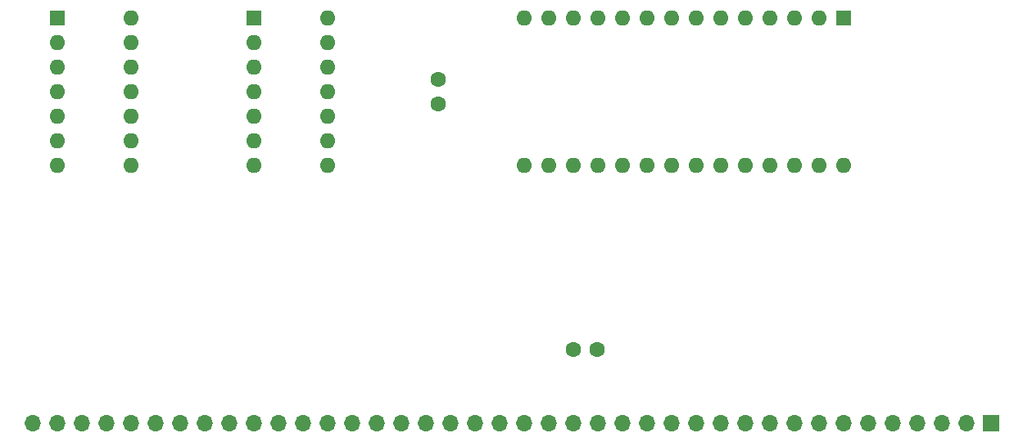
<source format=gbr>
G04 #@! TF.GenerationSoftware,KiCad,Pcbnew,5.1.8-db9833491~88~ubuntu20.04.1*
G04 #@! TF.CreationDate,2020-12-16T12:57:10+01:00*
G04 #@! TF.ProjectId,dtZ80-memory,64745a38-302d-46d6-956d-6f72792e6b69,rev?*
G04 #@! TF.SameCoordinates,Original*
G04 #@! TF.FileFunction,Soldermask,Top*
G04 #@! TF.FilePolarity,Negative*
%FSLAX46Y46*%
G04 Gerber Fmt 4.6, Leading zero omitted, Abs format (unit mm)*
G04 Created by KiCad (PCBNEW 5.1.8-db9833491~88~ubuntu20.04.1) date 2020-12-16 12:57:10*
%MOMM*%
%LPD*%
G01*
G04 APERTURE LIST*
%ADD10O,1.600000X1.600000*%
%ADD11R,1.600000X1.600000*%
%ADD12O,1.700000X1.700000*%
%ADD13R,1.700000X1.700000*%
%ADD14C,1.600000*%
G04 APERTURE END LIST*
D10*
X95250000Y-104140000D03*
X87630000Y-119380000D03*
X95250000Y-106680000D03*
X87630000Y-116840000D03*
X95250000Y-109220000D03*
X87630000Y-114300000D03*
X95250000Y-111760000D03*
X87630000Y-111760000D03*
X95250000Y-114300000D03*
X87630000Y-109220000D03*
X95250000Y-116840000D03*
X87630000Y-106680000D03*
X95250000Y-119380000D03*
D11*
X87630000Y-104140000D03*
D10*
X168910000Y-119380000D03*
X135890000Y-104140000D03*
X166370000Y-119380000D03*
X138430000Y-104140000D03*
X163830000Y-119380000D03*
X140970000Y-104140000D03*
X161290000Y-119380000D03*
X143510000Y-104140000D03*
X158750000Y-119380000D03*
X146050000Y-104140000D03*
X156210000Y-119380000D03*
X148590000Y-104140000D03*
X153670000Y-119380000D03*
X151130000Y-104140000D03*
X151130000Y-119380000D03*
X153670000Y-104140000D03*
X148590000Y-119380000D03*
X156210000Y-104140000D03*
X146050000Y-119380000D03*
X158750000Y-104140000D03*
X143510000Y-119380000D03*
X161290000Y-104140000D03*
X140970000Y-119380000D03*
X163830000Y-104140000D03*
X138430000Y-119380000D03*
X166370000Y-104140000D03*
X135890000Y-119380000D03*
D11*
X168910000Y-104140000D03*
D10*
X115570000Y-104140000D03*
X107950000Y-119380000D03*
X115570000Y-106680000D03*
X107950000Y-116840000D03*
X115570000Y-109220000D03*
X107950000Y-114300000D03*
X115570000Y-111760000D03*
X107950000Y-111760000D03*
X115570000Y-114300000D03*
X107950000Y-109220000D03*
X115570000Y-116840000D03*
X107950000Y-106680000D03*
X115570000Y-119380000D03*
D11*
X107950000Y-104140000D03*
D12*
X85090000Y-146050000D03*
X87630000Y-146050000D03*
X90170000Y-146050000D03*
X92710000Y-146050000D03*
X95250000Y-146050000D03*
X97790000Y-146050000D03*
X100330000Y-146050000D03*
X102870000Y-146050000D03*
X105410000Y-146050000D03*
X107950000Y-146050000D03*
X110490000Y-146050000D03*
X113030000Y-146050000D03*
X115570000Y-146050000D03*
X118110000Y-146050000D03*
X120650000Y-146050000D03*
X123190000Y-146050000D03*
X125730000Y-146050000D03*
X128270000Y-146050000D03*
X130810000Y-146050000D03*
X133350000Y-146050000D03*
X135890000Y-146050000D03*
X138430000Y-146050000D03*
X140970000Y-146050000D03*
X143510000Y-146050000D03*
X146050000Y-146050000D03*
X148590000Y-146050000D03*
X151130000Y-146050000D03*
X153670000Y-146050000D03*
X156210000Y-146050000D03*
X158750000Y-146050000D03*
X161290000Y-146050000D03*
X163830000Y-146050000D03*
X166370000Y-146050000D03*
X168910000Y-146050000D03*
X171450000Y-146050000D03*
X173990000Y-146050000D03*
X176530000Y-146050000D03*
X179070000Y-146050000D03*
X181610000Y-146050000D03*
D13*
X184150000Y-146050000D03*
D14*
X127000000Y-112990000D03*
X127000000Y-110490000D03*
X143470000Y-138430000D03*
X140970000Y-138430000D03*
M02*

</source>
